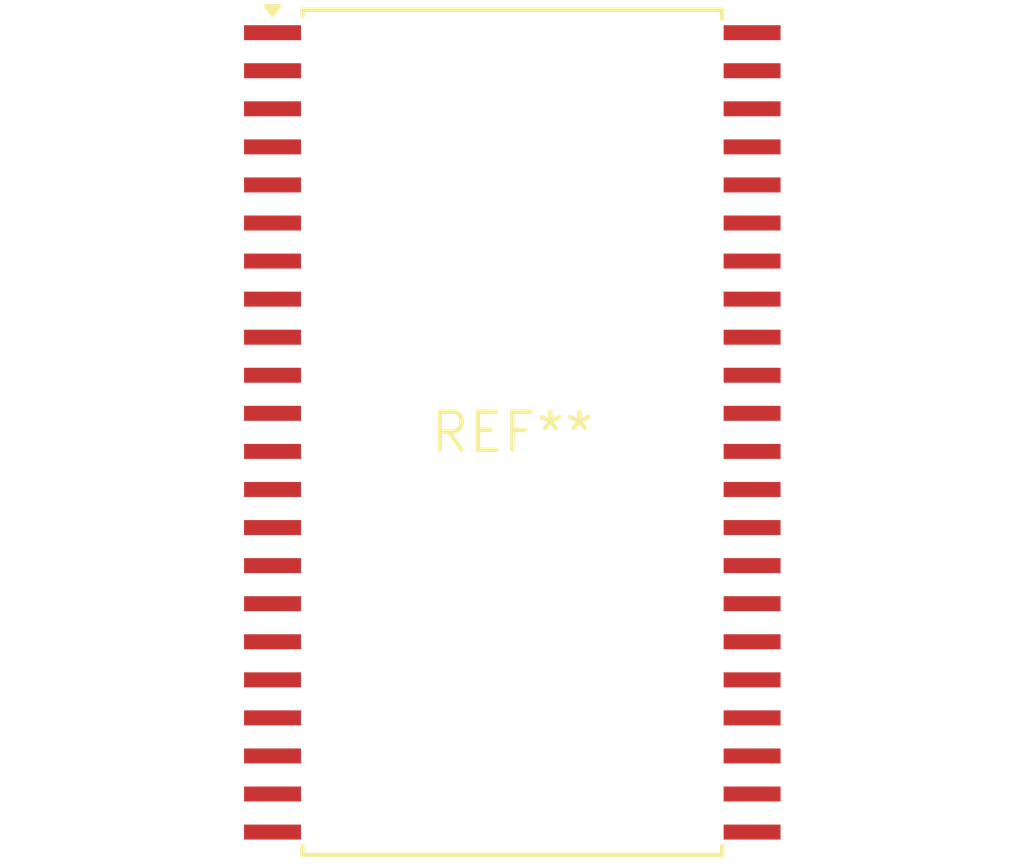
<source format=kicad_pcb>
(kicad_pcb (version 20240108) (generator pcbnew)
  (layers (0 "F.Cu" signal) (31 "B.Cu" signal) (34 "B.Paste" user) (35 "F.Paste" user) (36 "B.SilkS" user "B.Silkscreen") (37 "F.SilkS" user "F.Silkscreen") (38 "B.Mask" user) (39 "F.Mask" user) (44 "Edge.Cuts" user))
  (net 0 "")
  (footprint "PSOP-44_16.9x27.17mm_P1.27mm" (layer "F.Cu") (at 0 0)
    (property "Reference" "REF**")
    (property "Value" "PSOP-44_16.9x27.17mm_P1.27mm")
    (fp_line (start -7 -14.1) (end -7 -13.9) (layer "F.SilkS") (stroke (width 0.15)))
    (fp_line (start -7 -14.1) (end 7 -14.1) (layer "F.SilkS") (stroke (width 0.15)))
    (fp_line (start -7 13.8) (end -7 14.1) (layer "F.SilkS") (stroke (width 0.15)))
    (fp_line (start -7 14.1) (end 7 14.1) (layer "F.SilkS") (stroke (width 0.15)))
    (fp_line (start 7 -14.1) (end 7 -13.8) (layer "F.SilkS") (stroke (width 0.15)))
    (fp_line (start 7 13.8) (end 7 14.1) (layer "F.SilkS") (stroke (width 0.15)))
    (fp_poly (pts (xy -8 -13.9) (xy -7.76 -14.23) (xy -8.24 -14.23) (xy -8 -13.9)) (layer "F.SilkS") (stroke (width 0.12)) (fill solid))
    (pad "1" smd rect (at -8 -13.335 270) (size 0.5 1.9) (layers "F.Cu" "F.Paste" "F.Mask"))
    (pad "2" smd rect (at -8 -12.065 270) (size 0.5 1.9) (layers "F.Cu" "F.Paste" "F.Mask"))
    (pad "3" smd rect (at -8 -10.795 270) (size 0.5 1.9) (layers "F.Cu" "F.Paste" "F.Mask"))
    (pad "4" smd rect (at -8 -9.525 270) (size 0.5 1.9) (layers "F.Cu" "F.Paste" "F.Mask"))
    (pad "5" smd rect (at -8 -8.255 270) (size 0.5 1.9) (layers "F.Cu" "F.Paste" "F.Mask"))
    (pad "6" smd rect (at -8 -6.985 270) (size 0.5 1.9) (layers "F.Cu" "F.Paste" "F.Mask"))
    (pad "7" smd rect (at -8 -5.715 270) (size 0.5 1.9) (layers "F.Cu" "F.Paste" "F.Mask"))
    (pad "8" smd rect (at -8 -4.445 270) (size 0.5 1.9) (layers "F.Cu" "F.Paste" "F.Mask"))
    (pad "9" smd rect (at -8 -3.175 270) (size 0.5 1.9) (layers "F.Cu" "F.Paste" "F.Mask"))
    (pad "10" smd rect (at -8 -1.905 270) (size 0.5 1.9) (layers "F.Cu" "F.Paste" "F.Mask"))
    (pad "11" smd rect (at -8 -0.635 270) (size 0.5 1.9) (layers "F.Cu" "F.Paste" "F.Mask"))
    (pad "12" smd rect (at -8 0.635 270) (size 0.5 1.9) (layers "F.Cu" "F.Paste" "F.Mask"))
    (pad "13" smd rect (at -8 1.905 270) (size 0.5 1.9) (layers "F.Cu" "F.Paste" "F.Mask"))
    (pad "14" smd rect (at -8 3.175 270) (size 0.5 1.9) (layers "F.Cu" "F.Paste" "F.Mask"))
    (pad "15" smd rect (at -8 4.445 270) (size 0.5 1.9) (layers "F.Cu" "F.Paste" "F.Mask"))
    (pad "16" smd rect (at -8 5.715 270) (size 0.5 1.9) (layers "F.Cu" "F.Paste" "F.Mask"))
    (pad "17" smd rect (at -8 6.985 270) (size 0.5 1.9) (layers "F.Cu" "F.Paste" "F.Mask"))
    (pad "18" smd rect (at -8 8.255 270) (size 0.5 1.9) (layers "F.Cu" "F.Paste" "F.Mask"))
    (pad "19" smd rect (at -8 9.525 270) (size 0.5 1.9) (layers "F.Cu" "F.Paste" "F.Mask"))
    (pad "20" smd rect (at -8 10.795 270) (size 0.5 1.9) (layers "F.Cu" "F.Paste" "F.Mask"))
    (pad "21" smd rect (at -8 12.065 270) (size 0.5 1.9) (layers "F.Cu" "F.Paste" "F.Mask"))
    (pad "22" smd rect (at -8 13.335 270) (size 0.5 1.9) (layers "F.Cu" "F.Paste" "F.Mask"))
    (pad "23" smd rect (at 8 13.335 270) (size 0.5 1.9) (layers "F.Cu" "F.Paste" "F.Mask"))
    (pad "24" smd rect (at 8 12.065 270) (size 0.5 1.9) (layers "F.Cu" "F.Paste" "F.Mask"))
    (pad "25" smd rect (at 8 10.795 270) (size 0.5 1.9) (layers "F.Cu" "F.Paste" "F.Mask"))
    (pad "26" smd rect (at 8 9.525 270) (size 0.5 1.9) (layers "F.Cu" "F.Paste" "F.Mask"))
    (pad "27" smd rect (at 8 8.255 270) (size 0.5 1.9) (layers "F.Cu" "F.Paste" "F.Mask"))
    (pad "28" smd rect (at 8 6.985 270) (size 0.5 1.9) (layers "F.Cu" "F.Paste" "F.Mask"))
    (pad "29" smd rect (at 8 5.715 270) (size 0.5 1.9) (layers "F.Cu" "F.Paste" "F.Mask"))
    (pad "30" smd rect (at 8 4.445 270) (size 0.5 1.9) (layers "F.Cu" "F.Paste" "F.Mask"))
    (pad "31" smd rect (at 8 3.175 270) (size 0.5 1.9) (layers "F.Cu" "F.Paste" "F.Mask"))
    (pad "32" smd rect (at 8 1.905 270) (size 0.5 1.9) (layers "F.Cu" "F.Paste" "F.Mask"))
    (pad "33" smd rect (at 8 0.635 270) (size 0.5 1.9) (layers "F.Cu" "F.Paste" "F.Mask"))
    (pad "34" smd rect (at 8 -0.635 270) (size 0.5 1.9) (layers "F.Cu" "F.Paste" "F.Mask"))
    (pad "35" smd rect (at 8 -1.905 270) (size 0.5 1.9) (layers "F.Cu" "F.Paste" "F.Mask"))
    (pad "36" smd rect (at 8 -3.175 270) (size 0.5 1.9) (layers "F.Cu" "F.Paste" "F.Mask"))
    (pad "37" smd rect (at 8 -4.445 270) (size 0.5 1.9) (layers "F.Cu" "F.Paste" "F.Mask"))
    (pad "38" smd rect (at 8 -5.715 270) (size 0.5 1.9) (layers "F.Cu" "F.Paste" "F.Mask"))
    (pad "39" smd rect (at 8 -6.985 270) (size 0.5 1.9) (layers "F.Cu" "F.Paste" "F.Mask"))
    (pad "40" smd rect (at 8 -8.255 270) (size 0.5 1.9) (layers "F.Cu" "F.Paste" "F.Mask"))
    (pad "41" smd rect (at 8 -9.525 270) (size 0.5 1.9) (layers "F.Cu" "F.Paste" "F.Mask"))
    (pad "42" smd rect (at 8 -10.795 270) (size 0.5 1.9) (layers "F.Cu" "F.Paste" "F.Mask"))
    (pad "43" smd rect (at 8 -12.065 270) (size 0.5 1.9) (layers "F.Cu" "F.Paste" "F.Mask"))
    (pad "44" smd rect (at 8 -13.335 270) (size 0.5 1.9) (layers "F.Cu" "F.Paste" "F.Mask"))
  )
)
</source>
